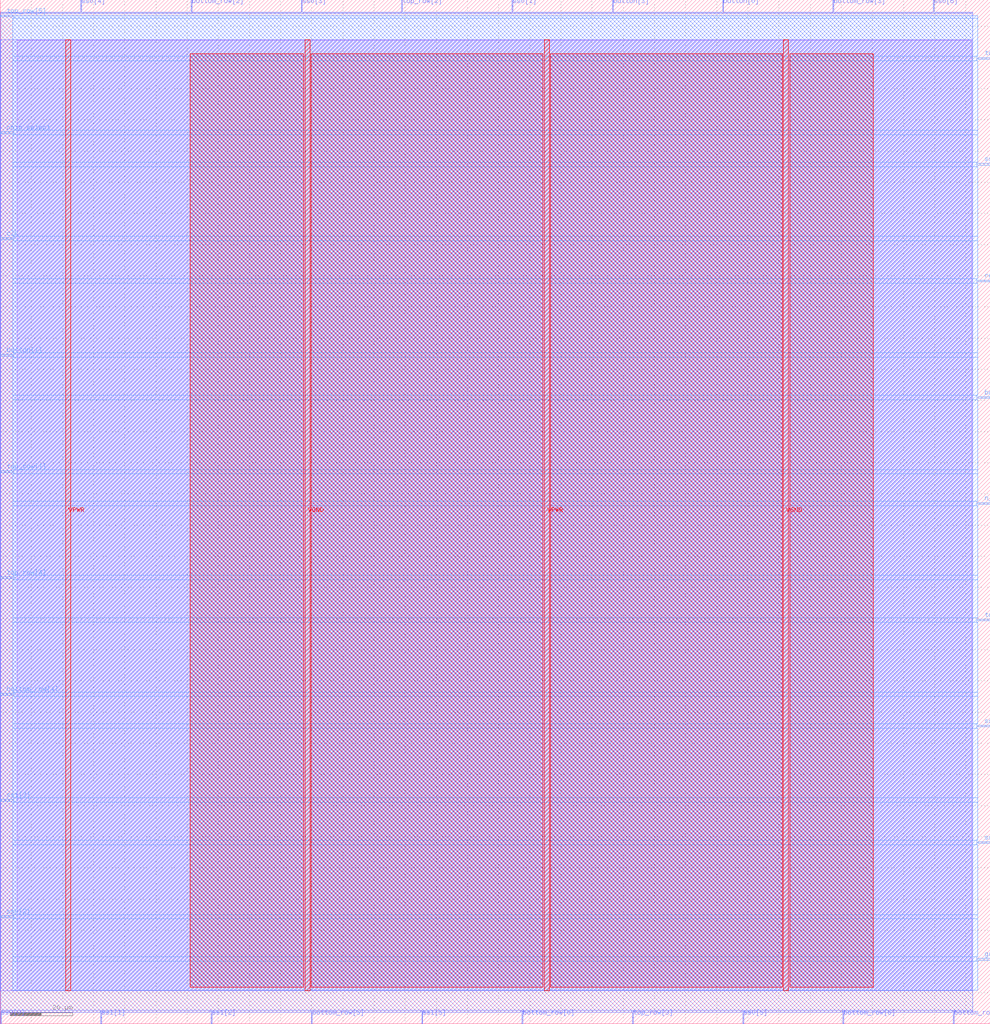
<source format=lef>
VERSION 5.7 ;
  NOWIREEXTENSIONATPIN ON ;
  DIVIDERCHAR "/" ;
  BUSBITCHARS "[]" ;
MACRO Guitar_Villains
  CLASS BLOCK ;
  FOREIGN Guitar_Villains ;
  ORIGIN 0.000 0.000 ;
  SIZE 317.825 BY 328.545 ;
  PIN VGND
    DIRECTION INOUT ;
    USE GROUND ;
    PORT
      LAYER met4 ;
        RECT 97.840 10.640 99.440 315.760 ;
    END
    PORT
      LAYER met4 ;
        RECT 251.440 10.640 253.040 315.760 ;
    END
  END VGND
  PIN VPWR
    DIRECTION INOUT ;
    USE POWER ;
    PORT
      LAYER met4 ;
        RECT 21.040 10.640 22.640 315.760 ;
    END
    PORT
      LAYER met4 ;
        RECT 174.640 10.640 176.240 315.760 ;
    END
  END VPWR
  PIN bottom_row[0]
    DIRECTION OUTPUT TRISTATE ;
    USE SIGNAL ;
    ANTENNADIFFAREA 0.795200 ;
    PORT
      LAYER met2 ;
        RECT 167.530 0.000 167.810 4.000 ;
    END
  END bottom_row[0]
  PIN bottom_row[1]
    DIRECTION OUTPUT TRISTATE ;
    USE SIGNAL ;
    ANTENNADIFFAREA 0.795200 ;
    PORT
      LAYER met2 ;
        RECT 305.990 0.000 306.270 4.000 ;
    END
  END bottom_row[1]
  PIN bottom_row[2]
    DIRECTION OUTPUT TRISTATE ;
    USE SIGNAL ;
    ANTENNADIFFAREA 0.795200 ;
    PORT
      LAYER met2 ;
        RECT 61.270 324.545 61.550 328.545 ;
    END
  END bottom_row[2]
  PIN bottom_row[3]
    DIRECTION OUTPUT TRISTATE ;
    USE SIGNAL ;
    ANTENNADIFFAREA 0.795200 ;
    PORT
      LAYER met2 ;
        RECT 267.350 324.545 267.630 328.545 ;
    END
  END bottom_row[3]
  PIN bottom_row[4]
    DIRECTION OUTPUT TRISTATE ;
    USE SIGNAL ;
    ANTENNADIFFAREA 0.795200 ;
    PORT
      LAYER met3 ;
        RECT 0.000 105.440 4.000 106.040 ;
    END
  END bottom_row[4]
  PIN bottom_row[5]
    DIRECTION OUTPUT TRISTATE ;
    USE SIGNAL ;
    ANTENNADIFFAREA 0.795200 ;
    PORT
      LAYER met2 ;
        RECT 99.910 0.000 100.190 4.000 ;
    END
  END bottom_row[5]
  PIN bottom_row[6]
    DIRECTION OUTPUT TRISTATE ;
    USE SIGNAL ;
    ANTENNADIFFAREA 0.795200 ;
    PORT
      LAYER met2 ;
        RECT 270.570 0.000 270.850 4.000 ;
    END
  END bottom_row[6]
  PIN button[0]
    DIRECTION INPUT ;
    USE SIGNAL ;
    ANTENNAGATEAREA 0.196500 ;
    PORT
      LAYER met2 ;
        RECT 231.930 324.545 232.210 328.545 ;
    END
  END button[0]
  PIN button[1]
    DIRECTION INPUT ;
    USE SIGNAL ;
    ANTENNAGATEAREA 0.196500 ;
    PORT
      LAYER met3 ;
        RECT 0.000 214.240 4.000 214.840 ;
    END
  END button[1]
  PIN button[2]
    DIRECTION INPUT ;
    USE SIGNAL ;
    ANTENNAGATEAREA 0.196500 ;
    PORT
      LAYER met3 ;
        RECT 313.825 200.640 317.825 201.240 ;
    END
  END button[2]
  PIN button[3]
    DIRECTION INPUT ;
    USE SIGNAL ;
    ANTENNAGATEAREA 0.196500 ;
    PORT
      LAYER met2 ;
        RECT 196.510 324.545 196.790 328.545 ;
    END
  END button[3]
  PIN chip_select
    DIRECTION INPUT ;
    USE SIGNAL ;
    ANTENNAGATEAREA 0.159000 ;
    PORT
      LAYER met3 ;
        RECT 0.000 285.640 4.000 286.240 ;
    END
  END chip_select
  PIN clk
    DIRECTION INPUT ;
    USE SIGNAL ;
    ANTENNAGATEAREA 0.852000 ;
    PORT
      LAYER met3 ;
        RECT 0.000 251.640 4.000 252.240 ;
    END
  END clk
  PIN green_disp
    DIRECTION OUTPUT TRISTATE ;
    USE SIGNAL ;
    ANTENNADIFFAREA 0.795200 ;
    PORT
      LAYER met3 ;
        RECT 313.825 20.440 317.825 21.040 ;
    END
  END green_disp
  PIN n_rst
    DIRECTION INPUT ;
    USE SIGNAL ;
    ANTENNAGATEAREA 0.196500 ;
    PORT
      LAYER met3 ;
        RECT 313.825 166.640 317.825 167.240 ;
    END
  END n_rst
  PIN red_disp
    DIRECTION OUTPUT TRISTATE ;
    USE SIGNAL ;
    ANTENNADIFFAREA 0.795200 ;
    PORT
      LAYER met3 ;
        RECT 313.825 238.040 317.825 238.640 ;
    END
  END red_disp
  PIN ss0[0]
    DIRECTION OUTPUT TRISTATE ;
    USE SIGNAL ;
    ANTENNADIFFAREA 0.795200 ;
    PORT
      LAYER met2 ;
        RECT 0.090 0.000 0.370 4.000 ;
    END
  END ss0[0]
  PIN ss0[1]
    DIRECTION OUTPUT TRISTATE ;
    USE SIGNAL ;
    ANTENNADIFFAREA 0.795200 ;
    PORT
      LAYER met2 ;
        RECT 164.310 324.545 164.590 328.545 ;
    END
  END ss0[1]
  PIN ss0[2]
    DIRECTION OUTPUT TRISTATE ;
    USE SIGNAL ;
    ANTENNADIFFAREA 0.795200 ;
    PORT
      LAYER met3 ;
        RECT 0.000 34.040 4.000 34.640 ;
    END
  END ss0[2]
  PIN ss0[3]
    DIRECTION OUTPUT TRISTATE ;
    USE SIGNAL ;
    ANTENNADIFFAREA 0.795200 ;
    PORT
      LAYER met2 ;
        RECT 96.690 324.545 96.970 328.545 ;
    END
  END ss0[3]
  PIN ss0[4]
    DIRECTION OUTPUT TRISTATE ;
    USE SIGNAL ;
    ANTENNADIFFAREA 0.795200 ;
    PORT
      LAYER met2 ;
        RECT 25.850 324.545 26.130 328.545 ;
    END
  END ss0[4]
  PIN ss0[5]
    DIRECTION OUTPUT TRISTATE ;
    USE SIGNAL ;
    ANTENNADIFFAREA 0.795200 ;
    PORT
      LAYER met2 ;
        RECT 238.370 0.000 238.650 4.000 ;
    END
  END ss0[5]
  PIN ss0[6]
    DIRECTION OUTPUT TRISTATE ;
    USE SIGNAL ;
    ANTENNADIFFAREA 0.795200 ;
    PORT
      LAYER met2 ;
        RECT 299.550 324.545 299.830 328.545 ;
    END
  END ss0[6]
  PIN ss1[0]
    DIRECTION OUTPUT TRISTATE ;
    USE SIGNAL ;
    ANTENNADIFFAREA 0.445500 ;
    PORT
      LAYER met3 ;
        RECT 313.825 57.840 317.825 58.440 ;
    END
  END ss1[0]
  PIN ss1[1]
    DIRECTION OUTPUT TRISTATE ;
    USE SIGNAL ;
    ANTENNADIFFAREA 0.795200 ;
    PORT
      LAYER met2 ;
        RECT 32.290 0.000 32.570 4.000 ;
    END
  END ss1[1]
  PIN ss1[2]
    DIRECTION OUTPUT TRISTATE ;
    USE SIGNAL ;
    ANTENNADIFFAREA 0.795200 ;
    PORT
      LAYER met2 ;
        RECT 67.710 0.000 67.990 4.000 ;
    END
  END ss1[2]
  PIN ss1[3]
    DIRECTION OUTPUT TRISTATE ;
    USE SIGNAL ;
    ANTENNADIFFAREA 0.795200 ;
    PORT
      LAYER met3 ;
        RECT 0.000 71.440 4.000 72.040 ;
    END
  END ss1[3]
  PIN ss1[4]
    DIRECTION OUTPUT TRISTATE ;
    USE SIGNAL ;
    ANTENNADIFFAREA 0.795200 ;
    PORT
      LAYER met3 ;
        RECT 313.825 95.240 317.825 95.840 ;
    END
  END ss1[4]
  PIN ss1[5]
    DIRECTION OUTPUT TRISTATE ;
    USE SIGNAL ;
    ANTENNADIFFAREA 0.795200 ;
    PORT
      LAYER met2 ;
        RECT 135.330 0.000 135.610 4.000 ;
    END
  END ss1[5]
  PIN ss1[6]
    DIRECTION OUTPUT TRISTATE ;
    USE SIGNAL ;
    ANTENNADIFFAREA 0.795200 ;
    PORT
      LAYER met3 ;
        RECT 313.825 275.440 317.825 276.040 ;
    END
  END ss1[6]
  PIN top_row[0]
    DIRECTION OUTPUT TRISTATE ;
    USE SIGNAL ;
    ANTENNADIFFAREA 0.795200 ;
    PORT
      LAYER met3 ;
        RECT 313.825 309.440 317.825 310.040 ;
    END
  END top_row[0]
  PIN top_row[1]
    DIRECTION OUTPUT TRISTATE ;
    USE SIGNAL ;
    ANTENNADIFFAREA 0.795200 ;
    PORT
      LAYER met3 ;
        RECT 0.000 176.840 4.000 177.440 ;
    END
  END top_row[1]
  PIN top_row[2]
    DIRECTION OUTPUT TRISTATE ;
    USE SIGNAL ;
    ANTENNADIFFAREA 0.795200 ;
    PORT
      LAYER met2 ;
        RECT 128.890 324.545 129.170 328.545 ;
    END
  END top_row[2]
  PIN top_row[3]
    DIRECTION OUTPUT TRISTATE ;
    USE SIGNAL ;
    ANTENNADIFFAREA 0.795200 ;
    PORT
      LAYER met2 ;
        RECT 202.950 0.000 203.230 4.000 ;
    END
  END top_row[3]
  PIN top_row[4]
    DIRECTION OUTPUT TRISTATE ;
    USE SIGNAL ;
    ANTENNADIFFAREA 0.795200 ;
    PORT
      LAYER met3 ;
        RECT 0.000 142.840 4.000 143.440 ;
    END
  END top_row[4]
  PIN top_row[5]
    DIRECTION OUTPUT TRISTATE ;
    USE SIGNAL ;
    ANTENNADIFFAREA 0.795200 ;
    PORT
      LAYER met3 ;
        RECT 0.000 323.040 4.000 323.640 ;
    END
  END top_row[5]
  PIN top_row[6]
    DIRECTION OUTPUT TRISTATE ;
    USE SIGNAL ;
    ANTENNADIFFAREA 0.795200 ;
    PORT
      LAYER met3 ;
        RECT 313.825 129.240 317.825 129.840 ;
    END
  END top_row[6]
  OBS
      LAYER li1 ;
        RECT 5.520 10.795 311.880 315.605 ;
      LAYER met1 ;
        RECT 0.070 10.640 312.270 315.760 ;
      LAYER met2 ;
        RECT 0.100 324.265 25.570 324.545 ;
        RECT 26.410 324.265 60.990 324.545 ;
        RECT 61.830 324.265 96.410 324.545 ;
        RECT 97.250 324.265 128.610 324.545 ;
        RECT 129.450 324.265 164.030 324.545 ;
        RECT 164.870 324.265 196.230 324.545 ;
        RECT 197.070 324.265 231.650 324.545 ;
        RECT 232.490 324.265 267.070 324.545 ;
        RECT 267.910 324.265 299.270 324.545 ;
        RECT 300.110 324.265 312.250 324.545 ;
        RECT 0.100 4.280 312.250 324.265 ;
        RECT 0.650 3.670 32.010 4.280 ;
        RECT 32.850 3.670 67.430 4.280 ;
        RECT 68.270 3.670 99.630 4.280 ;
        RECT 100.470 3.670 135.050 4.280 ;
        RECT 135.890 3.670 167.250 4.280 ;
        RECT 168.090 3.670 202.670 4.280 ;
        RECT 203.510 3.670 238.090 4.280 ;
        RECT 238.930 3.670 270.290 4.280 ;
        RECT 271.130 3.670 305.710 4.280 ;
        RECT 306.550 3.670 312.250 4.280 ;
      LAYER met3 ;
        RECT 4.400 322.640 313.825 323.505 ;
        RECT 3.990 310.440 313.825 322.640 ;
        RECT 3.990 309.040 313.425 310.440 ;
        RECT 3.990 286.640 313.825 309.040 ;
        RECT 4.400 285.240 313.825 286.640 ;
        RECT 3.990 276.440 313.825 285.240 ;
        RECT 3.990 275.040 313.425 276.440 ;
        RECT 3.990 252.640 313.825 275.040 ;
        RECT 4.400 251.240 313.825 252.640 ;
        RECT 3.990 239.040 313.825 251.240 ;
        RECT 3.990 237.640 313.425 239.040 ;
        RECT 3.990 215.240 313.825 237.640 ;
        RECT 4.400 213.840 313.825 215.240 ;
        RECT 3.990 201.640 313.825 213.840 ;
        RECT 3.990 200.240 313.425 201.640 ;
        RECT 3.990 177.840 313.825 200.240 ;
        RECT 4.400 176.440 313.825 177.840 ;
        RECT 3.990 167.640 313.825 176.440 ;
        RECT 3.990 166.240 313.425 167.640 ;
        RECT 3.990 143.840 313.825 166.240 ;
        RECT 4.400 142.440 313.825 143.840 ;
        RECT 3.990 130.240 313.825 142.440 ;
        RECT 3.990 128.840 313.425 130.240 ;
        RECT 3.990 106.440 313.825 128.840 ;
        RECT 4.400 105.040 313.825 106.440 ;
        RECT 3.990 96.240 313.825 105.040 ;
        RECT 3.990 94.840 313.425 96.240 ;
        RECT 3.990 72.440 313.825 94.840 ;
        RECT 4.400 71.040 313.825 72.440 ;
        RECT 3.990 58.840 313.825 71.040 ;
        RECT 3.990 57.440 313.425 58.840 ;
        RECT 3.990 35.040 313.825 57.440 ;
        RECT 4.400 33.640 313.825 35.040 ;
        RECT 3.990 21.440 313.825 33.640 ;
        RECT 3.990 20.040 313.425 21.440 ;
        RECT 3.990 10.715 313.825 20.040 ;
      LAYER met4 ;
        RECT 61.015 11.735 97.440 311.265 ;
        RECT 99.840 11.735 174.240 311.265 ;
        RECT 176.640 11.735 251.040 311.265 ;
        RECT 253.440 11.735 280.305 311.265 ;
  END
END Guitar_Villains
END LIBRARY


</source>
